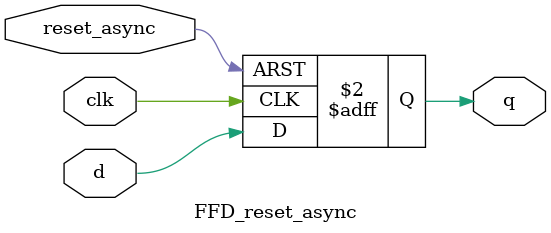
<source format=v>
module FFD_reset_async(
    input clk, reset_async, d,
    output reg q
);

    // lógica secuencial
    // Flip flop con reset activo en alto 1 
    always @(posedge clk or posedge reset_async)begin
        // borra memoria cuando reset = 1
        if(reset_async) q<=0;
        else q<=d;
    end
endmodule
</source>
